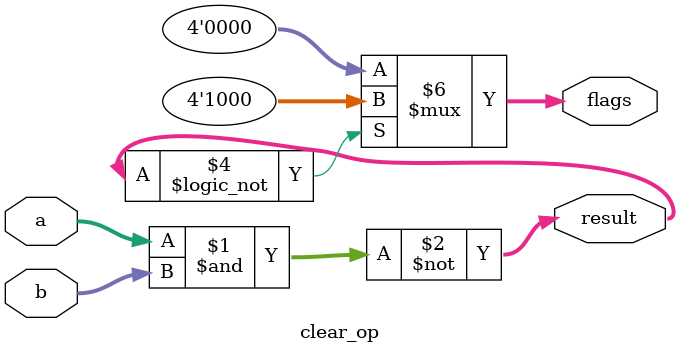
<source format=sv>
module clear_op #(parameter N=32)
(
  input logic [N-1:0] a,
  input logic [N-1:0] b,
  output logic [N-1:0] result,
  output logic [3:0] flags
);

  assign result = ~(a & b);
  
  //definimos el orden de los flags como (Z)(N)(C)(V)
  
  always @(result)
    begin
      if(result == 32'd0)
	     flags=4'b1000;
		else
			flags=4'b0000;	
    end
endmodule 
</source>
